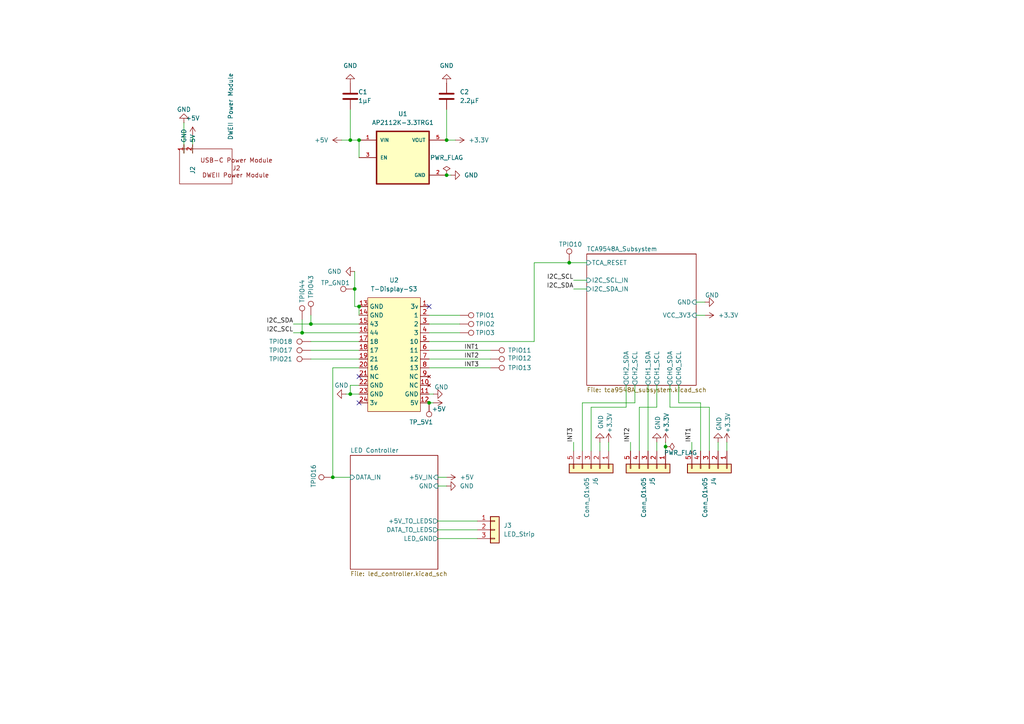
<source format=kicad_sch>
(kicad_sch (version 20250114) (generator "eeschema") (generator_version "9.0")
  (paper "A4")
  (title_block (title "Motion Play Main Board") (date "2025-09-07") (rev "5.0") (comment 1 " ESP32-S3 Based Proximity Sensor Controller") (comment 2 "6-Channel VCNL4040 System with I2C Multiplexing") (comment 3 "3.3V/3A Power via MP2393"))
  (lib_symbols
    (symbol "Connector:TestPoint" (pin_numbers (hide yes)) (pin_names (offset 0.762) (hide yes))
      (property "Reference" "TP" (at 0 6.858 0))
      (property "Value" "TestPoint" (at 0 5.08 0))
      (symbol "TestPoint_0_1"
        (circle (center 0 3.302) (radius 0.762))
      )
      (symbol "TestPoint_1_1"
        (pin passive line (at 0 0 90) (length 2.54) (name "1") (number "1"))
      )
    )
    (symbol "Connector_Generic:Conn_01x03" (pin_names (offset 1.016) (hide yes))
      (property "Reference" "J" (at 0 5.08 0))
      (property "Value" "Conn_01x03" (at 0 -5.08 0))
      (symbol "Conn_01x03_1_1"
        (rectangle (start -1.27 3.81) (end 1.27 -3.81) (stroke (width 0.254)) (fill (type background)))
        (rectangle (start -1.27 2.667) (end 0 2.413) (stroke (width 0.1524)))
        (rectangle (start -1.27 0.127) (end 0 -0.127) (stroke (width 0.1524)))
        (rectangle (start -1.27 -2.413) (end 0 -2.667) (stroke (width 0.1524)))
        (pin passive line (at -5.08 2.54 0) (length 3.81) (name "Pin_1") (number "1"))
        (pin passive line (at -5.08 0 0) (length 3.81) (name "Pin_2") (number "2"))
        (pin passive line (at -5.08 -2.54 0) (length 3.81) (name "Pin_3") (number "3"))
      )
    )
    (symbol "Connector_Generic:Conn_01x05" (pin_names (offset 1.016) (hide yes))
      (property "Reference" "J" (at 0 7.62 0))
      (property "Value" "Conn_01x05" (at 0 -7.62 0))
      (symbol "Conn_01x05_1_1"
        (rectangle (start -1.27 6.35) (end 1.27 -6.35) (stroke (width 0.254)) (fill (type background)))
        (rectangle (start -1.27 5.207) (end 0 4.953) (stroke (width 0.1524)))
        (rectangle (start -1.27 2.667) (end 0 2.413) (stroke (width 0.1524)))
        (rectangle (start -1.27 0.127) (end 0 -0.127) (stroke (width 0.1524)))
        (rectangle (start -1.27 -2.413) (end 0 -2.667) (stroke (width 0.1524)))
        (rectangle (start -1.27 -4.953) (end 0 -5.207) (stroke (width 0.1524)))
        (pin passive line (at -5.08 5.08 0) (length 3.81) (name "Pin_1") (number "1"))
        (pin passive line (at -5.08 2.54 0) (length 3.81) (name "Pin_2") (number "2"))
        (pin passive line (at -5.08 0 0) (length 3.81) (name "Pin_3") (number "3"))
        (pin passive line (at -5.08 -2.54 0) (length 3.81) (name "Pin_4") (number "4"))
        (pin passive line (at -5.08 -5.08 0) (length 3.81) (name "Pin_5") (number "5"))
      )
    )
    (symbol "Device:C" (pin_numbers (hide yes)) (pin_names (offset 0.254))
      (property "Reference" "C" (at 0.635 2.54 0))
      (property "Value" "C" (at 0.635 -2.54 0))
      (symbol "C_0_1"
        (polyline (pts (xy -2.032 0.762) (xy 2.032 0.762)) (stroke (width 0.508)))
        (polyline (pts (xy -2.032 -0.762) (xy 2.032 -0.762)) (stroke (width 0.508)))
      )
      (symbol "C_1_1"
        (pin passive line (at 0 3.81 270) (length 2.794) (name "~") (number "1"))
        (pin passive line (at 0 -3.81 90) (length 2.794) (name "~") (number "2"))
      )
    )
    (symbol "motion-play-symbols:AP2112K-3.3TRG1" (pin_names (offset 1.016))
      (property "Reference" "U" (at -7.663 8.6476 0))
      (property "Value" "AP2112K-3.3TRG1" (at -7.6489 -11.6507 0))
      (symbol "AP2112K-3.3TRG1_0_0"
        (rectangle (start -7.62 -7.62) (end 7.62 7.62) (stroke (width 0.41)) (fill (type background)))
        (pin power_in line (at -12.7 5.08 0) (length 5.08) (name "VIN") (number "1"))
        (pin input line (at -12.7 0 0) (length 5.08) (name "EN") (number "3"))
        (pin power_in line (at 12.7 5.08 180) (length 5.08) (name "VOUT") (number "5"))
        (pin power_in line (at 12.7 -5.08 180) (length 5.08) (name "GND") (number "2"))
      )
    )
    (symbol "motion-play-symbols:T-Display-S3"
      (property "Reference" "U2" (at -7.62 38.1 0))
      (property "Value" "T-Display-S3" (at -7.62 35.56 0))
      (symbol "T-Display-S3_0_1"
        (rectangle (start -15.24 33.02) (end 0 0) (fill (type background)))
      )
      (symbol "T-Display-S3_1_1"
        (pin power_in line (at -17.78 30.48 0) (length 2.54) (name "GND") (number "13"))
        (pin power_in line (at -17.78 27.94 0) (length 2.54) (name "GND") (number "14"))
        (pin bidirectional line (at -17.78 25.4 0) (length 2.54) (name "43") (number "15"))
        (pin bidirectional line (at -17.78 22.86 0) (length 2.54) (name "44") (number "16"))
        (pin bidirectional line (at -17.78 20.32 0) (length 2.54) (name "18") (number "17"))
        (pin bidirectional line (at -17.78 17.78 0) (length 2.54) (name "17") (number "18"))
        (pin bidirectional line (at -17.78 15.24 0) (length 2.54) (name "21") (number "19"))
        (pin bidirectional line (at -17.78 12.7 0) (length 2.54) (name "16") (number "20"))
        (pin bidirectional line (at -17.78 10.16 0) (length 2.54) (name "NC") (number "21"))
        (pin power_in line (at -17.78 7.62 0) (length 2.54) (name "GND") (number "22"))
        (pin power_in line (at -17.78 5.08 0) (length 2.54) (name "GND") (number "23"))
        (pin bidirectional line (at -17.78 2.54 0) (length 2.54) (name "3v") (number "24"))
        (pin power_in line (at 2.54 30.48 180) (length 2.54) (name "3v") (number "1"))
        (pin bidirectional line (at 2.54 27.94 180) (length 2.54) (name "1") (number "2"))
        (pin bidirectional line (at 2.54 25.4 180) (length 2.54) (name "2") (number "3"))
        (pin bidirectional line (at 2.54 22.86 180) (length 2.54) (name "3") (number "4"))
        (pin bidirectional line (at 2.54 20.32 180) (length 2.54) (name "10") (number "5"))
        (pin bidirectional line (at 2.54 17.78 180) (length 2.54) (name "11") (number "6"))
        (pin bidirectional line (at 2.54 15.24 180) (length 2.54) (name "12") (number "7"))
        (pin bidirectional line (at 2.54 12.7 180) (length 2.54) (name "13") (number "8"))
        (pin no_connect line (at 2.54 10.16 180) (length 2.54) (name "NC") (number "9"))
        (pin no_connect line (at 2.54 7.62 180) (length 2.54) (name "NC") (number "10"))
        (pin power_in line (at 2.54 5.08 180) (length 2.54) (name "GND") (number "11"))
        (pin power_in line (at 2.54 2.54 180) (length 2.54) (name "5V") (number "12"))
      )
    )
    (symbol "motion-play-symbols:USBC_Power_Module"
      (property "Reference" "J" (at 0 0 0))
      (symbol "USBC_Power_Module_0_1"
        (rectangle (start -7.62 5.08) (end 7.62 -5.08))
      )
      (symbol "USBC_Power_Module_1_1"
        (text "${VALUE}" (at 8.636 -2.54 0) (effects (font (size 1.27 1.27))))
        (text "USB-C Power Module" (at 8.89 1.778 0) (effects (font (size 1.27 1.27))))
        (text "${REFERENCE}" (at 8.89 -0.508 0) (effects (font (size 1.27 1.27))))
        (pin passive line (at -6.35 3.81 90) (length 2.54) (name "GND") (number "1"))
        (pin power_out line (at -3.81 3.81 90) (length 2.54) (name "5V") (number "2"))
      )
    )
    (symbol "power:+3.3V" (power) (pin_numbers (hide yes)) (pin_names (offset 0) (hide yes))
      (property "Value" "+3.3V" (at 0 3.556 0))
      (symbol "+3.3V_0_1"
        (polyline (pts (xy -0.762 1.27) (xy 0 2.54)))
        (polyline (pts (xy 0 2.54) (xy 0.762 1.27)))
        (polyline (pts (xy 0 0) (xy 0 2.54)))
      )
      (symbol "+3.3V_1_1"
        (pin power_in line (at 0 0 90) (length 0) (name "~") (number "1"))
      )
    )
    (symbol "power:+5V" (power) (pin_numbers (hide yes)) (pin_names (offset 0) (hide yes))
      (property "Value" "+5V" (at 0 3.556 0))
      (symbol "+5V_0_1"
        (polyline (pts (xy -0.762 1.27) (xy 0 2.54)))
        (polyline (pts (xy 0 2.54) (xy 0.762 1.27)))
        (polyline (pts (xy 0 0) (xy 0 2.54)))
      )
      (symbol "+5V_1_1"
        (pin power_in line (at 0 0 90) (length 0) (name "~") (number "1"))
      )
    )
    (symbol "power:GND" (power) (pin_numbers (hide yes)) (pin_names (offset 0) (hide yes))
      (property "Value" "GND" (at 0 -3.81 0))
      (symbol "GND_0_1"
        (polyline (pts (xy 0 0) (xy 0 -1.27) (xy 1.27 -1.27) (xy 0 -2.54) (xy -1.27 -1.27) (xy 0 -1.27)))
      )
      (symbol "GND_1_1"
        (pin power_in line (at 0 0 270) (length 0) (name "~") (number "1"))
      )
    )
    (symbol "power:PWR_FLAG" (power) (pin_numbers (hide yes)) (pin_names (offset 0) (hide yes))
      (property "Value" "PWR_FLAG" (at 0 3.81 0))
      (symbol "PWR_FLAG_0_0"
        (pin power_out line (at 0 0 90) (length 0) (name "~") (number "1"))
      )
      (symbol "PWR_FLAG_0_1"
        (polyline (pts (xy 0 0) (xy 0 1.27) (xy -1.016 1.905) (xy 0 2.54) (xy 1.016 1.905) (xy 0 1.27)))
      )
    )
  )
  (junction (at 104.14 40.64))
  (junction (at 129.54 40.64))
  (junction (at 165.1 76.2))
  (junction (at 102.87 83.82))
  (junction (at 101.6 114.3))
  (junction (at 129.54 50.8))
  (junction (at 90.17 93.98))
  (junction (at 87.63 96.52))
  (junction (at 193.04 129.54))
  (junction (at 96.52 138.43))
  (junction (at 104.14 88.9))
  (junction (at 101.6 40.64))
  (junction (at 124.46 116.84))
  (no_connect (at 124.46 88.9))
  (no_connect (at 104.14 109.22))
  (no_connect (at 104.14 116.84))
  (wire (pts (xy 124.46 114.3) (xy 125.73 114.3)))
  (wire (pts (xy 124.46 101.6) (xy 142.24 101.6)))
  (wire (pts (xy 101.6 40.64) (xy 99.06 40.64)))
  (wire (pts (xy 166.37 81.28) (xy 170.18 81.28)))
  (wire (pts (xy 101.6 40.64) (xy 104.14 40.64)))
  (wire (pts (xy 201.93 87.63) (xy 204.47 87.63)))
  (wire (pts (xy 101.6 114.3) (xy 104.14 114.3)))
  (wire (pts (xy 194.31 118.11) (xy 205.74 118.11)))
  (wire (pts (xy 166.37 128.27) (xy 166.37 130.81)))
  (wire (pts (xy 171.45 118.11) (xy 171.45 130.81)))
  (wire (pts (xy 130.81 50.8) (xy 129.54 50.8)))
  (wire (pts (xy 127 138.43) (xy 129.54 138.43)))
  (wire (pts (xy 124.46 93.98) (xy 133.35 93.98)))
  (wire (pts (xy 210.82 128.27) (xy 210.82 130.81)))
  (wire (pts (xy 208.28 128.27) (xy 208.28 130.81)))
  (wire (pts (xy 129.54 40.64) (xy 132.08 40.64)))
  (wire (pts (xy 196.85 116.84) (xy 203.2 116.84)))
  (wire (pts (xy 173.99 128.27) (xy 173.99 130.81)))
  (wire (pts (xy 184.15 116.84) (xy 168.91 116.84)))
  (wire (pts (xy 55.88 39.37) (xy 55.88 44.45)))
  (wire (pts (xy 133.35 91.44) (xy 124.46 91.44)))
  (wire (pts (xy 124.46 116.84) (xy 125.73 116.84)))
  (wire (pts (xy 194.31 111.76) (xy 194.31 118.11)))
  (wire (pts (xy 85.09 93.98) (xy 90.17 93.98)))
  (wire (pts (xy 168.91 116.84) (xy 168.91 130.81)))
  (wire (pts (xy 102.87 83.82) (xy 102.87 88.9)))
  (wire (pts (xy 124.46 104.14) (xy 142.24 104.14)))
  (wire (pts (xy 102.87 78.74) (xy 102.87 83.82)))
  (wire (pts (xy 96.52 106.68) (xy 96.52 138.43)))
  (wire (pts (xy 90.17 91.44) (xy 90.17 93.98)))
  (wire (pts (xy 127 153.67) (xy 138.43 153.67)))
  (wire (pts (xy 205.74 118.11) (xy 205.74 130.81)))
  (wire (pts (xy 104.14 88.9) (xy 104.14 91.44)))
  (wire (pts (xy 101.6 138.43) (xy 96.52 138.43)))
  (wire (pts (xy 124.46 106.68) (xy 142.24 106.68)))
  (wire (pts (xy 193.04 128.27) (xy 193.04 129.54)))
  (wire (pts (xy 96.52 106.68) (xy 104.14 106.68)))
  (wire (pts (xy 87.63 92.71) (xy 87.63 96.52)))
  (wire (pts (xy 185.42 118.11) (xy 185.42 130.81)))
  (wire (pts (xy 127 151.13) (xy 138.43 151.13)))
  (wire (pts (xy 129.54 31.75) (xy 129.54 40.64)))
  (wire (pts (xy 85.09 96.52) (xy 87.63 96.52)))
  (wire (pts (xy 176.53 128.27) (xy 176.53 130.81)))
  (wire (pts (xy 200.66 128.27) (xy 200.66 130.81)))
  (wire (pts (xy 90.17 93.98) (xy 104.14 93.98)))
  (wire (pts (xy 124.46 99.06) (xy 154.94 99.06)))
  (wire (pts (xy 154.94 76.2) (xy 154.94 99.06)))
  (wire (pts (xy 90.17 101.6) (xy 104.14 101.6)))
  (wire (pts (xy 133.35 96.52) (xy 124.46 96.52)))
  (wire (pts (xy 90.17 104.14) (xy 104.14 104.14)))
  (wire (pts (xy 90.17 99.06) (xy 104.14 99.06)))
  (wire (pts (xy 181.61 111.76) (xy 181.61 118.11)))
  (wire (pts (xy 166.37 83.82) (xy 170.18 83.82)))
  (wire (pts (xy 182.88 128.27) (xy 182.88 130.81)))
  (wire (pts (xy 190.5 118.11) (xy 185.42 118.11)))
  (wire (pts (xy 184.15 111.76) (xy 184.15 116.84)))
  (wire (pts (xy 101.6 111.76) (xy 101.6 114.3)))
  (wire (pts (xy 102.87 88.9) (xy 104.14 88.9)))
  (wire (pts (xy 101.6 111.76) (xy 104.14 111.76)))
  (wire (pts (xy 165.1 76.2) (xy 154.94 76.2)))
  (wire (pts (xy 127 156.21) (xy 138.43 156.21)))
  (wire (pts (xy 196.85 111.76) (xy 196.85 116.84)))
  (wire (pts (xy 187.96 111.76) (xy 187.96 130.81)))
  (wire (pts (xy 53.34 35.56) (xy 53.34 44.45)))
  (wire (pts (xy 190.5 128.27) (xy 190.5 130.81)))
  (wire (pts (xy 100.33 114.3) (xy 101.6 114.3)))
  (wire (pts (xy 101.6 31.75) (xy 101.6 40.64)))
  (wire (pts (xy 170.18 76.2) (xy 165.1 76.2)))
  (wire (pts (xy 193.04 129.54) (xy 193.04 130.81)))
  (wire (pts (xy 127 140.97) (xy 129.54 140.97)))
  (wire (pts (xy 201.93 91.44) (xy 204.47 91.44)))
  (wire (pts (xy 104.14 40.64) (xy 104.14 45.72)))
  (wire (pts (xy 87.63 96.52) (xy 104.14 96.52)))
  (wire (pts (xy 190.5 111.76) (xy 190.5 118.11)))
  (wire (pts (xy 181.61 118.11) (xy 171.45 118.11)))
  (wire (pts (xy 203.2 116.84) (xy 203.2 130.81)))
  (label "INT3" (at 134.62 106.68 0))
  (label "I2C_SDA" (at 85.09 93.98 180))
  (label "INT2" (at 182.88 128.27 90))
  (label "INT1" (at 200.66 128.27 90))
  (label "INT1" (at 134.62 101.6 0))
  (label "I2C_SCL" (at 166.37 81.28 180))
  (label "I2C_SDA" (at 166.37 83.82 180))
  (label "I2C_SCL" (at 85.09 96.52 180))
  (label "INT3" (at 166.37 128.27 90))
  (label "INT2" (at 134.62 104.14 0))
  (symbol (lib_id "power:PWR_FLAG") (at 193.04 129.54 270) (unit 1)
    (property "Reference" "#FLG03" (effects (hide yes)))
    (property "Value" "PWR_FLAG" (at 192.532 131.318 90) (effects (justify left)))
    (property "Description" "Special symbol for telling ERC where power comes from" (effects (hide yes)))
  )
  (symbol (lib_id "power:+5V") (at 125.73 116.84 270) (unit 1)
    (property "Reference" "#PWR025" (effects (hide yes)))
    (property "Value" "+5V" (at 125.222 118.618 90) (effects (justify left)))
    (property "Description" "Power symbol creates a global label with name \"+5V\"" (effects (hide yes)))
  )
  (symbol (lib_id "power:+3.3V") (at 193.04 128.27 0) (unit 1)
    (property "Reference" "#PWR016" (effects (hide yes)))
    (property "Value" "+3.3V" (at 193.294 122.682 90))
    (property "Description" "Power symbol creates a global label with name \"+3.3V\"" (effects (hide yes)))
  )
  (symbol (lib_id "power:GND") (at 102.87 78.74 270) (unit 1)
    (property "Reference" "#PWR024" (effects (hide yes)))
    (property "Value" "GND" (at 99.06 78.7399 90) (effects (justify right)))
    (property "Description" "Power symbol creates a global label with name \"GND\" , ground" (effects (hide yes)))
  )
  (symbol (lib_id "power:GND") (at 125.73 114.3 90) (unit 1)
    (property "Reference" "#PWR010" (effects (hide yes)))
    (property "Value" "GND" (at 125.984 112.268 90) (effects (justify right)))
    (property "Description" "Power symbol creates a global label with name \"GND\" , ground" (effects (hide yes)))
  )
  (symbol (lib_id "power:GND") (at 208.28 128.27 180) (unit 1)
    (property "Reference" "#PWR034" (effects (hide yes)))
    (property "Value" "GND" (at 208.534 124.968 90) (effects (justify right)))
    (property "Description" "Power symbol creates a global label with name \"GND\" , ground" (effects (hide yes)))
  )
  (symbol (lib_id "power:+3.3V") (at 176.53 128.27 0) (unit 1)
    (property "Reference" "#PWR013" (effects (hide yes)))
    (property "Value" "+3.3V" (at 176.784 122.682 90))
    (property "Description" "Power symbol creates a global label with name \"+3.3V\"" (effects (hide yes)))
  )
  (symbol (lib_id "Connector_Generic:Conn_01x05") (at 205.74 135.89 270) (unit 1)
    (property "Reference" "J4" (at 207.0101 138.43 0) (effects (justify left)))
    (property "Value" "Conn_01x05" (at 204.4701 138.43 0) (effects (justify left)))
    (property "Footprint" "Connector_JST:JST_SH_SM05B-SRSS-TB_1x05-1MP_P1.00mm_Horizontal" (effects (hide yes)))
    (property "Description" "Generic connector, single row, 01x05, script generated (kicad-library-utils/schlib/autogen/connector/)" (effects (hide yes)))
    (property "LCSC Part No" "C160403" (effects (hide yes)))
    (property "LCSC Part" "C160403" (effects (hide yes)))
  )
  (symbol (lib_id "power:GND") (at 129.54 140.97 90) (unit 1)
    (property "Reference" "#PWR023" (effects (hide yes)))
    (property "Value" "GND" (at 135.382 140.97 90))
    (property "Description" "Power symbol creates a global label with name \"GND\" , ground" (effects (hide yes)))
  )
  (symbol (lib_id "Device:C") (at 129.54 27.94 0) (unit 1)
    (property "Reference" "C2" (at 133.35 26.6699 0) (effects (justify left)))
    (property "Value" "2.2µF" (at 133.35 29.2099 0) (effects (justify left)))
    (property "Footprint" "Capacitor_SMD:C_0603_1608Metric" (effects (hide yes)))
    (property "Description" "Unpolarized capacitor" (effects (hide yes)))
    (property "LCSC Part" "C23630" (effects (hide yes)))
  )
  (symbol (lib_id "Connector:TestPoint") (at 142.24 101.6 270) (unit 1)
    (property "Reference" "TPIO11" (at 147.32 101.6 90) (effects (justify left)))
    (property "Value" "TestPoint" (effects (hide yes)))
    (property "Footprint" "TestPoint:TestPoint_Pad_D2.0mm" (effects (hide yes)))
    (property "Description" "test point" (effects (hide yes)))
  )
  (symbol (lib_id "Connector:TestPoint") (at 133.35 91.44 270) (unit 1)
    (property "Reference" "TPIO1" (at 137.922 91.44 90) (effects (justify left)))
    (property "Value" "TestPoint" (effects (hide yes)))
    (property "Footprint" "TestPoint:TestPoint_Pad_D2.0mm" (effects (hide yes)))
    (property "Description" "test point" (effects (hide yes)))
  )
  (symbol (lib_id "power:+3.3V") (at 132.08 40.64 270) (unit 1)
    (property "Reference" "#PWR017" (effects (hide yes)))
    (property "Value" "+3.3V" (at 135.89 40.6399 90) (effects (justify left)))
    (property "Description" "Power symbol creates a global label with name \"+3.3V\"" (effects (hide yes)))
  )
  (symbol (lib_id "power:+3.3V") (at 204.47 91.44 270) (unit 1)
    (property "Reference" "#PWR015" (effects (hide yes)))
    (property "Value" "+3.3V" (at 208.28 91.4399 90) (effects (justify left)))
    (property "Description" "Power symbol creates a global label with name \"+3.3V\"" (effects (hide yes)))
  )
  (symbol (lib_id "Connector:TestPoint") (at 142.24 104.14 270) (unit 1)
    (property "Reference" "TPIO12" (at 147.32 103.886 90) (effects (justify left)))
    (property "Value" "TestPoint" (effects (hide yes)))
    (property "Footprint" "TestPoint:TestPoint_Pad_D2.0mm" (effects (hide yes)))
    (property "Description" "test point" (effects (hide yes)))
  )
  (symbol (lib_id "Connector:TestPoint") (at 90.17 91.44 0) (unit 1)
    (property "Reference" "TPIO43" (at 90.17 86.614 90) (effects (justify left)))
    (property "Value" "TestPoint" (effects (hide yes)))
    (property "Footprint" "TestPoint:TestPoint_Pad_D2.0mm" (effects (hide yes)))
    (property "Description" "test point" (effects (hide yes)))
  )
  (symbol (lib_id "Device:C") (at 101.6 27.94 0) (unit 1)
    (property "Reference" "C1" (at 103.886 26.67 0) (effects (justify left)))
    (property "Value" "1µF" (at 103.886 29.21 0) (effects (justify left)))
    (property "Footprint" "Capacitor_SMD:C_0603_1608Metric" (effects (hide yes)))
    (property "Description" "Unpolarized capacitor" (effects (hide yes)))
    (property "LCSC Part" "C15849" (effects (hide yes)))
  )
  (symbol (lib_id "Connector:TestPoint") (at 142.24 106.68 270) (unit 1)
    (property "Reference" "TPIO13" (at 147.32 106.68 90) (effects (justify left)))
    (property "Value" "TestPoint" (effects (hide yes)))
    (property "Footprint" "TestPoint:TestPoint_Pad_D2.0mm" (effects (hide yes)))
    (property "Description" "test point" (effects (hide yes)))
  )
  (symbol (lib_id "Connector_Generic:Conn_01x05") (at 187.96 135.89 270) (unit 1)
    (property "Reference" "J5" (at 189.2301 138.43 0) (effects (justify left)))
    (property "Value" "Conn_01x05" (at 186.6901 138.43 0) (effects (justify left)))
    (property "Footprint" "Connector_JST:JST_SH_SM05B-SRSS-TB_1x05-1MP_P1.00mm_Horizontal" (effects (hide yes)))
    (property "Description" "Generic connector, single row, 01x05, script generated (kicad-library-utils/schlib/autogen/connector/)" (effects (hide yes)))
    (property "LCSC Part No" "C160403" (effects (hide yes)))
    (property "LCSC Part" "C160403" (effects (hide yes)))
  )
  (symbol (lib_id "power:+5V") (at 55.88 39.37 0) (unit 1)
    (property "Reference" "#PWR027" (effects (hide yes)))
    (property "Value" "+5V" (at 55.88 34.29 0))
    (property "Description" "Power symbol creates a global label with name \"+5V\"" (effects (hide yes)))
  )
  (symbol (lib_id "power:GND") (at 129.54 24.13 180) (unit 1)
    (property "Reference" "#PWR03" (effects (hide yes)))
    (property "Value" "GND" (at 129.54 19.05 0))
    (property "Description" "Power symbol creates a global label with name \"GND\" , ground" (effects (hide yes)))
  )
  (symbol (lib_id "Connector:TestPoint") (at 90.17 99.06 90) (unit 1)
    (property "Reference" "TPIO18" (at 84.836 99.06 90) (effects (justify left)))
    (property "Value" "TestPoint" (effects (hide yes)))
    (property "Footprint" "TestPoint:TestPoint_Pad_D2.0mm" (effects (hide yes)))
    (property "Description" "test point" (effects (hide yes)))
  )
  (symbol (lib_id "Connector:TestPoint") (at 102.87 83.82 90) (unit 1)
    (property "Reference" "TP_GND1" (at 97.282 82.042 90))
    (property "Value" "TestPoint" (effects (hide yes)))
    (property "Footprint" "TestPoint:TestPoint_Pad_D2.0mm" (effects (hide yes)))
    (property "Description" "test point" (effects (hide yes)))
  )
  (symbol (lib_id "power:+3.3V") (at 210.82 128.27 0) (unit 1)
    (property "Reference" "#PWR031" (effects (hide yes)))
    (property "Value" "+3.3V" (at 211.074 122.682 90))
    (property "Description" "Power symbol creates a global label with name \"+3.3V\"" (effects (hide yes)))
  )
  (symbol (lib_id "power:PWR_FLAG") (at 129.54 50.8 0) (unit 1)
    (property "Reference" "#FLG01" (effects (hide yes)))
    (property "Value" "PWR_FLAG" (at 129.54 45.72 0))
    (property "Description" "Special symbol for telling ERC where power comes from" (effects (hide yes)))
  )
  (symbol (lib_id "Connector:TestPoint") (at 90.17 104.14 90) (unit 1)
    (property "Reference" "TPIO21" (at 84.836 104.14 90) (effects (justify left)))
    (property "Value" "TestPoint" (effects (hide yes)))
    (property "Footprint" "TestPoint:TestPoint_Pad_D2.0mm" (effects (hide yes)))
    (property "Description" "test point" (effects (hide yes)))
  )
  (symbol (lib_id "power:GND") (at 100.33 114.3 270) (unit 1)
    (property "Reference" "#PWR08" (effects (hide yes)))
    (property "Value" "GND" (at 101.092 111.76 90) (effects (justify right)))
    (property "Description" "Power symbol creates a global label with name \"GND\" , ground" (effects (hide yes)))
  )
  (symbol (lib_id "Connector:TestPoint") (at 133.35 96.52 270) (unit 1)
    (property "Reference" "TPIO3" (at 137.922 96.52 90) (effects (justify left)))
    (property "Value" "TestPoint" (effects (hide yes)))
    (property "Footprint" "TestPoint:TestPoint_Pad_D2.0mm" (effects (hide yes)))
    (property "Description" "test point" (effects (hide yes)))
  )
  (symbol (lib_id "Connector:TestPoint") (at 90.17 101.6 90) (unit 1)
    (property "Reference" "TPIO17" (at 84.836 101.6 90) (effects (justify left)))
    (property "Value" "TestPoint" (effects (hide yes)))
    (property "Footprint" "TestPoint:TestPoint_Pad_D2.0mm" (effects (hide yes)))
    (property "Description" "test point" (effects (hide yes)))
  )
  (symbol (lib_id "motion-play-symbols:USBC_Power_Module") (at 59.69 48.26 0) (unit 1)
    (property "Reference" "J2" (at 55.88 50.546 90) (effects (justify left)))
    (property "Value" "DWEII Power Module" (at 66.8666 40.64 90) (effects (justify left)))
    (property "Footprint" "motion-play-footprints:USBC_Power_Module" (effects (hide yes)))
  )
  (symbol (lib_id "Connector:TestPoint") (at 96.52 138.43 90) (unit 1)
    (property "Reference" "TPIO16" (at 90.932 141.478 0) (effects (justify left)))
    (property "Value" "TestPoint" (effects (hide yes)))
    (property "Footprint" "TestPoint:TestPoint_Pad_D2.0mm" (effects (hide yes)))
    (property "Description" "test point" (effects (hide yes)))
  )
  (symbol (lib_id "power:GND") (at 190.5 128.27 180) (unit 1)
    (property "Reference" "#PWR033" (effects (hide yes)))
    (property "Value" "GND" (at 190.754 124.714 90) (effects (justify right)))
    (property "Description" "Power symbol creates a global label with name \"GND\" , ground" (effects (hide yes)))
  )
  (symbol (lib_id "Connector:TestPoint") (at 124.46 116.84 180) (unit 1)
    (property "Reference" "TP_5V1" (at 122.174 122.428 0))
    (property "Value" "TestPoint" (effects (hide yes)))
    (property "Footprint" "TestPoint:TestPoint_Pad_D2.0mm" (effects (hide yes)))
    (property "Description" "test point" (effects (hide yes)))
  )
  (symbol (lib_id "Connector:TestPoint") (at 87.63 92.71 0) (unit 1)
    (property "Reference" "TPIO44" (at 87.63 87.884 90) (effects (justify left)))
    (property "Value" "TestPoint" (effects (hide yes)))
    (property "Footprint" "TestPoint:TestPoint_Pad_D2.0mm" (effects (hide yes)))
    (property "Description" "test point" (effects (hide yes)))
  )
  (symbol (lib_id "power:GND") (at 101.6 24.13 180) (unit 1)
    (property "Reference" "#PWR02" (effects (hide yes)))
    (property "Value" "GND" (at 101.6 19.05 0))
    (property "Description" "Power symbol creates a global label with name \"GND\" , ground" (effects (hide yes)))
  )
  (symbol (lib_id "motion-play-symbols:AP2112K-3.3TRG1") (at 116.84 45.72 0) (unit 1)
    (property "Reference" "U1" (at 116.84 33.02 0))
    (property "Value" "AP2112K-3.3TRG1" (at 116.84 35.56 0))
    (property "Footprint" "motion-play-footprints:SOT95P285X140-5N" (effects (hide yes)))
    (property "MF" "Diodes Inc." (effects (hide yes)))
    (property "Description_1" "Voltage Regulators, LDO, 600mA CMOS LDO 50mA 3.3V 250mV | Diodes Inc AP2112K-3.3TRG1" (effects (hide yes)))
    (property "Package" "SOT-753 Diodes Inc." (effects (hide yes)))
    (property "Price" "None" (effects (hide yes)))
    (property "Check_prices" "https://www.snapeda.com/parts/AP2112K-3.3TRG1/Diodes+Inc./view-part/?ref=eda" (effects (hide yes)))
    (property "PARTREV" "2-2" (effects (hide yes)))
    (property "SnapEDA_Link" "https://www.snapeda.com/parts/AP2112K-3.3TRG1/Diodes+Inc./view-part/?ref=snap" (effects (hide yes)))
    (property "MP" "AP2112K-3.3TRG1" (effects (hide yes)))
    (property "Availability" "In Stock" (effects (hide yes)))
    (property "MANUFACTURER" "Diodes Inc." (effects (hide yes)))
    (property "LCSC Part" "C51118" (effects (hide yes)))
  )
  (symbol (lib_id "Connector:TestPoint") (at 165.1 76.2 0) (unit 1)
    (property "Reference" "TPIO10" (at 162.052 70.866 0) (effects (justify left)))
    (property "Value" "TestPoint" (effects (hide yes)))
    (property "Footprint" "TestPoint:TestPoint_Pad_D2.0mm" (effects (hide yes)))
    (property "Description" "test point" (effects (hide yes)))
  )
  (symbol (lib_id "power:+5V") (at 129.54 138.43 270) (unit 1)
    (property "Reference" "#PWR026" (effects (hide yes)))
    (property "Value" "+5V" (at 133.35 138.4299 90) (effects (justify left)))
    (property "Description" "Power symbol creates a global label with name \"+5V\"" (effects (hide yes)))
  )
  (symbol (lib_id "Connector_Generic:Conn_01x03") (at 143.51 153.67 0) (unit 1)
    (property "Reference" "J3" (at 146.05 152.3999 0) (effects (justify left)))
    (property "Value" "LED_Strip" (at 146.05 154.9399 0) (effects (justify left)))
    (property "Footprint" "Connector_JST:JST_PH_S3B-PH-SM4-TB_1x03-1MP_P2.00mm_Horizontal" (effects (hide yes)))
    (property "Description" "Generic connector, single row, 01x03, script generated (kicad-library-utils/schlib/autogen/connector/)" (effects (hide yes)))
    (property "LCSC Part" "C265101" (effects (hide yes)))
  )
  (symbol (lib_id "power:+5V") (at 99.06 40.64 90) (unit 1)
    (property "Reference" "#PWR04" (effects (hide yes)))
    (property "Value" "+5V" (at 95.25 40.6399 90) (effects (justify left)))
    (property "Description" "Power symbol creates a global label with name \"+5V\"" (effects (hide yes)))
  )
  (symbol (lib_id "power:GND") (at 130.81 50.8 90) (unit 1)
    (property "Reference" "#PWR01" (effects (hide yes)))
    (property "Value" "GND" (at 134.62 50.7999 90) (effects (justify right)))
    (property "Description" "Power symbol creates a global label with name \"GND\" , ground" (effects (hide yes)))
  )
  (symbol (lib_id "power:GND") (at 204.47 87.63 90) (unit 1)
    (property "Reference" "#PWR012" (effects (hide yes)))
    (property "Value" "GND" (at 204.47 85.598 90) (effects (justify right)))
    (property "Description" "Power symbol creates a global label with name \"GND\" , ground" (effects (hide yes)))
  )
  (symbol (lib_id "Connector_Generic:Conn_01x05") (at 171.45 135.89 270) (unit 1)
    (property "Reference" "J6" (at 172.7201 138.43 0) (effects (justify left)))
    (property "Value" "Conn_01x05" (at 170.1801 138.43 0) (effects (justify left)))
    (property "Footprint" "Connector_JST:JST_SH_SM05B-SRSS-TB_1x05-1MP_P1.00mm_Horizontal" (effects (hide yes)))
    (property "Description" "Generic connector, single row, 01x05, script generated (kicad-library-utils/schlib/autogen/connector/)" (effects (hide yes)))
    (property "LCSC Part No" "C160403" (effects (hide yes)))
    (property "LCSC Part" "C160403" (effects (hide yes)))
  )
  (symbol (lib_id "motion-play-symbols:T-Display-S3") (at 121.92 119.38 0) (unit 1)
    (property "Reference" "U2" (at 114.3 81.28 0))
    (property "Value" "T-Display-S3" (at 114.3 83.82 0))
    (property "Footprint" "motion-play-footprints:T-Display-S3" (effects (hide yes)))
  )
  (symbol (lib_id "Connector:TestPoint") (at 133.35 93.98 270) (unit 1)
    (property "Reference" "TPIO2" (at 137.922 93.98 90) (effects (justify left)))
    (property "Value" "TestPoint" (effects (hide yes)))
    (property "Footprint" "TestPoint:TestPoint_Pad_D2.0mm" (effects (hide yes)))
    (property "Description" "test point" (effects (hide yes)))
  )
  (symbol (lib_id "power:GND") (at 53.34 35.56 180) (unit 1)
    (property "Reference" "#PWR011" (effects (hide yes)))
    (property "Value" "GND" (at 53.34 31.75 0))
    (property "Description" "Power symbol creates a global label with name \"GND\" , ground" (effects (hide yes)))
  )
  (symbol (lib_id "power:GND") (at 173.99 128.27 180) (unit 1)
    (property "Reference" "#PWR032" (effects (hide yes)))
    (property "Value" "GND" (at 174.244 124.46 90) (effects (justify right)))
    (property "Description" "Power symbol creates a global label with name \"GND\" , ground" (effects (hide yes)))
  )
  (sheet (at 101.6 132.08) (size 25.4 33.02) (stroke (width 0.1524))
    (property "Sheetname" "LED Controller" (at 101.6 131.3684 0) (effects (justify left bottom)))
    (property "Sheetfile" "led_controller.kicad_sch" (at 101.6 165.6846 0) (effects (justify left top)))
    (pin "+5V_IN" input (at 127 138.43 0))
    (pin "+5V_TO_LEDS" output (at 127 151.13 0))
    (pin "DATA_IN" input (at 101.6 138.43 180))
    (pin "DATA_TO_LEDS" output (at 127 153.67 0))
    (pin "GND" input (at 127 140.97 0))
    (pin "LED_GND" output (at 127 156.21 0))
  )
  (sheet (at 170.18 73.66) (size 31.75 38.1) (stroke (width 0.1524))
    (property "Sheetname" "TCA9548A_Subsystem" (at 170.18 72.9484 0) (effects (justify left bottom)))
    (property "Sheetfile" "tca9548A_subsystem.kicad_sch" (at 170.18 112.3446 0) (effects (justify left top)))
    (pin "CH0_SCL" output (at 196.85 111.76 270))
    (pin "CH0_SDA" output (at 194.31 111.76 270))
    (pin "CH1_SCL" output (at 190.5 111.76 270))
    (pin "CH1_SDA" output (at 187.96 111.76 270))
    (pin "CH2_SCL" output (at 184.15 111.76 270))
    (pin "CH2_SDA" output (at 181.61 111.76 270))
    (pin "GND" input (at 201.93 87.63 0))
    (pin "I2C_SCL_IN" input (at 170.18 81.28 180))
    (pin "I2C_SDA_IN" input (at 170.18 83.82 180))
    (pin "TCA_RESET" input (at 170.18 76.2 180))
    (pin "VCC_3V3" input (at 201.93 91.44 0))
  )
)
</source>
